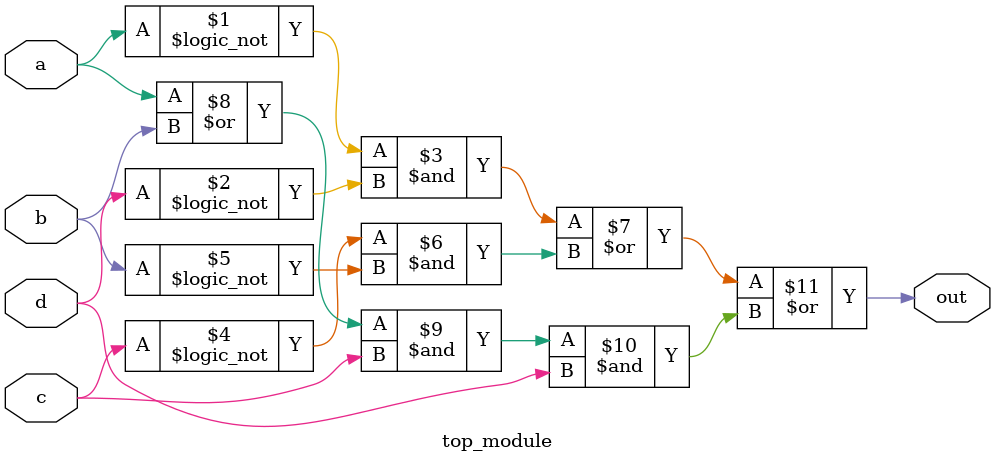
<source format=v>

module top_module(
    input a,
    input b,
    input c,
    input d,
    output out  ); 

    //assign out = (!a & !d) | (!c & !b) | (a & c & d) | (b & c & d);
    
    assign out = (!a & !d) | (!c & !b) | ((a | b) & c & d);
    
endmodule

</source>
